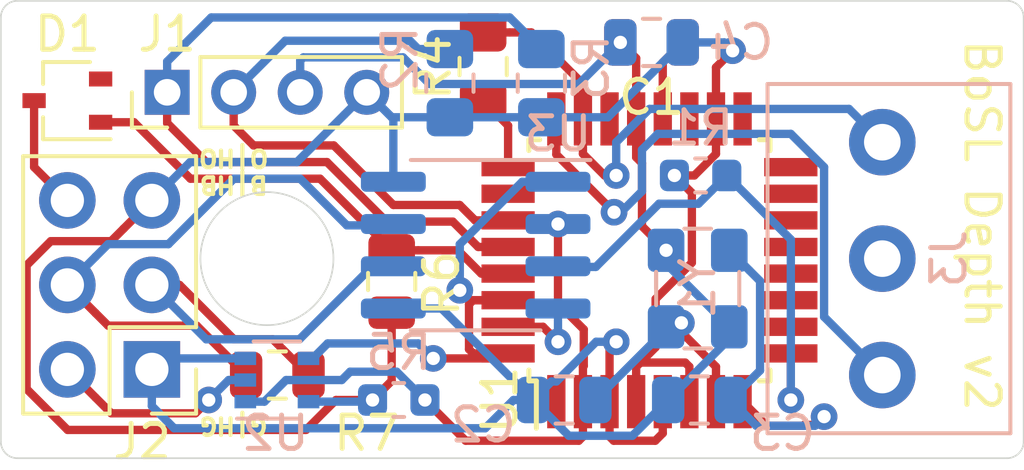
<source format=kicad_pcb>
(kicad_pcb (version 20171130) (host pcbnew "(5.1.5)-3")

  (general
    (thickness 1.6)
    (drawings 13)
    (tracks 248)
    (zones 0)
    (modules 19)
    (nets 20)
  )

  (page A4)
  (layers
    (0 F.Cu signal)
    (31 B.Cu signal)
    (32 B.Adhes user hide)
    (33 F.Adhes user hide)
    (34 B.Paste user hide)
    (35 F.Paste user hide)
    (36 B.SilkS user)
    (37 F.SilkS user)
    (38 B.Mask user hide)
    (39 F.Mask user hide)
    (40 Dwgs.User user hide)
    (41 Cmts.User user hide)
    (42 Eco1.User user hide)
    (43 Eco2.User user hide)
    (44 Edge.Cuts user)
    (45 Margin user hide)
    (46 B.CrtYd user hide)
    (47 F.CrtYd user hide)
    (48 B.Fab user hide)
    (49 F.Fab user hide)
  )

  (setup
    (last_trace_width 0.25)
    (trace_clearance 0.25)
    (zone_clearance 0.508)
    (zone_45_only no)
    (trace_min 0.2)
    (via_size 0.8)
    (via_drill 0.4)
    (via_min_size 0.4)
    (via_min_drill 0.3)
    (uvia_size 0.3)
    (uvia_drill 0.1)
    (uvias_allowed no)
    (uvia_min_size 0.2)
    (uvia_min_drill 0.1)
    (edge_width 0.05)
    (segment_width 0.2)
    (pcb_text_width 0.3)
    (pcb_text_size 1.5 1.5)
    (mod_edge_width 0.12)
    (mod_text_size 1 1)
    (mod_text_width 0.15)
    (pad_size 1.15 1.4)
    (pad_drill 0)
    (pad_to_mask_clearance 0.051)
    (solder_mask_min_width 0.25)
    (aux_axis_origin 0 0)
    (visible_elements 7FFFFFFF)
    (pcbplotparams
      (layerselection 0x010fc_ffffffff)
      (usegerberextensions false)
      (usegerberattributes false)
      (usegerberadvancedattributes false)
      (creategerberjobfile false)
      (excludeedgelayer true)
      (linewidth 0.100000)
      (plotframeref false)
      (viasonmask false)
      (mode 1)
      (useauxorigin false)
      (hpglpennumber 1)
      (hpglpenspeed 20)
      (hpglpendiameter 15.000000)
      (psnegative false)
      (psa4output false)
      (plotreference true)
      (plotvalue false)
      (plotinvisibletext false)
      (padsonsilk false)
      (subtractmaskfromsilk false)
      (outputformat 1)
      (mirror false)
      (drillshape 0)
      (scaleselection 1)
      (outputdirectory "../../Production/"))
  )

  (net 0 "")
  (net 1 "Net-(C1-Pad1)")
  (net 2 A0)
  (net 3 A1)
  (net 4 SDA)
  (net 5 SCL)
  (net 6 A2)
  (net 7 "Net-(C2-Pad2)")
  (net 8 "Net-(C3-Pad1)")
  (net 9 GREEN)
  (net 10 "Net-(D1-Pad1)")
  (net 11 H_ORANGE)
  (net 12 H_GREEN)
  (net 13 BLUE)
  (net 14 H_BLUE)
  (net 15 DE)
  (net 16 RE)
  (net 17 "Net-(U1-Pad30)")
  (net 18 "Net-(U1-Pad31)")
  (net 19 ORANGE)

  (net_class Default "This is the default net class."
    (clearance 0.25)
    (trace_width 0.25)
    (via_dia 0.8)
    (via_drill 0.4)
    (uvia_dia 0.3)
    (uvia_drill 0.1)
    (add_net A0)
    (add_net A1)
    (add_net A2)
    (add_net BLUE)
    (add_net DE)
    (add_net GREEN)
    (add_net H_BLUE)
    (add_net H_GREEN)
    (add_net H_ORANGE)
    (add_net "Net-(C1-Pad1)")
    (add_net "Net-(C2-Pad2)")
    (add_net "Net-(C3-Pad1)")
    (add_net "Net-(D1-Pad1)")
    (add_net "Net-(U1-Pad30)")
    (add_net "Net-(U1-Pad31)")
    (add_net ORANGE)
    (add_net RE)
    (add_net SCL)
    (add_net SDA)
  )

  (module SamacSys_Parts:3-Pin_ScrewTerminal (layer B.Cu) (tedit 5F1B916D) (tstamp 5F17D935)
    (at 168.25 99.75 270)
    (path /5EF43BBE)
    (fp_text reference J3 (at 0 -2 90) (layer B.SilkS)
      (effects (font (size 1 1) (thickness 0.15)) (justify mirror))
    )
    (fp_text value Screw_Terminal_01x03 (at 0 0.5 90) (layer B.Fab)
      (effects (font (size 1 1) (thickness 0.15)) (justify mirror))
    )
    (fp_line (start -5.25 -3.85) (end -5.25 3.45) (layer B.SilkS) (width 0.12))
    (fp_line (start 5.25 -3.85) (end -5.25 -3.85) (layer B.SilkS) (width 0.12))
    (fp_line (start 5.25 3.45) (end 5.25 -3.85) (layer B.SilkS) (width 0.12))
    (fp_line (start -5.25 3.45) (end 5.25 3.45) (layer B.SilkS) (width 0.12))
    (pad 3 thru_hole circle (at 3.5 0 270) (size 2 2) (drill 1.1) (layers *.Cu *.Mask)
      (net 3 A1))
    (pad 2 thru_hole circle (at 0 0 270) (size 2 2) (drill 1.1) (layers *.Cu *.Mask))
    (pad 1 thru_hole circle (at -3.5 0 270) (size 2 2) (drill 1.1) (layers *.Cu *.Mask)
      (net 2 A0))
    (model ${KIPRJMOD}/SamacSys_Parts.3dshapes/393570003.stp
      (offset (xyz 0 0.2 0))
      (scale (xyz 1 1 1))
      (rotate (xyz -90 0 -180))
    )
  )

  (module Resistor_SMD:R_0805_2012Metric_Pad1.15x1.40mm_HandSolder (layer F.Cu) (tedit 5B36C52B) (tstamp 5F17D979)
    (at 156.25 93.975 90)
    (descr "Resistor SMD 0805 (2012 Metric), square (rectangular) end terminal, IPC_7351 nominal with elongated pad for handsoldering. (Body size source: https://docs.google.com/spreadsheets/d/1BsfQQcO9C6DZCsRaXUlFlo91Tg2WpOkGARC1WS5S8t0/edit?usp=sharing), generated with kicad-footprint-generator")
    (tags "resistor handsolder")
    (path /5EF9784C)
    (attr smd)
    (fp_text reference R4 (at -0.025 -1.5 90) (layer F.SilkS)
      (effects (font (size 1 1) (thickness 0.15)))
    )
    (fp_text value 100 (at 0 1.65 90) (layer F.Fab)
      (effects (font (size 1 1) (thickness 0.15)))
    )
    (fp_line (start -1 0.6) (end -1 -0.6) (layer F.Fab) (width 0.1))
    (fp_line (start -1 -0.6) (end 1 -0.6) (layer F.Fab) (width 0.1))
    (fp_line (start 1 -0.6) (end 1 0.6) (layer F.Fab) (width 0.1))
    (fp_line (start 1 0.6) (end -1 0.6) (layer F.Fab) (width 0.1))
    (fp_line (start -0.261252 -0.71) (end 0.261252 -0.71) (layer F.SilkS) (width 0.12))
    (fp_line (start -0.261252 0.71) (end 0.261252 0.71) (layer F.SilkS) (width 0.12))
    (fp_line (start -1.85 0.95) (end -1.85 -0.95) (layer F.CrtYd) (width 0.05))
    (fp_line (start -1.85 -0.95) (end 1.85 -0.95) (layer F.CrtYd) (width 0.05))
    (fp_line (start 1.85 -0.95) (end 1.85 0.95) (layer F.CrtYd) (width 0.05))
    (fp_line (start 1.85 0.95) (end -1.85 0.95) (layer F.CrtYd) (width 0.05))
    (fp_text user %R (at 0 0 90) (layer F.Fab)
      (effects (font (size 0.5 0.5) (thickness 0.08)))
    )
    (pad 1 smd roundrect (at -1.025 0 90) (size 1.15 1.4) (layers F.Cu F.Paste F.Mask) (roundrect_rratio 0.217391)
      (net 6 A2))
    (pad 2 smd roundrect (at 1.025 0 90) (size 1.15 1.4) (layers F.Cu F.Paste F.Mask) (roundrect_rratio 0.217391)
      (net 2 A0))
    (model ${KISYS3DMOD}/Resistor_SMD.3dshapes/R_0805_2012Metric.wrl
      (at (xyz 0 0 0))
      (scale (xyz 1 1 1))
      (rotate (xyz 0 0 0))
    )
  )

  (module SamacSys_Parts:Ralton_Crystal (layer B.Cu) (tedit 5F17DF9C) (tstamp 5F17DA1F)
    (at 162.7 100.65 270)
    (path /5F0833E4)
    (fp_text reference Y1 (at 0 0 90) (layer B.SilkS)
      (effects (font (size 1 1) (thickness 0.15)) (justify mirror))
    )
    (fp_text value 8MHz (at 0 3.05 90) (layer B.Fab)
      (effects (font (size 1 1) (thickness 0.15)) (justify mirror))
    )
    (fp_line (start -1.8 -0.4) (end -1.8 0.4) (layer B.SilkS) (width 0.12))
    (fp_line (start 0.5 -1.25) (end -0.5 -1.25) (layer B.SilkS) (width 0.12))
    (fp_line (start 1.8 0.4) (end 1.8 -0.4) (layer B.SilkS) (width 0.12))
    (fp_line (start -0.5 1.25) (end 0.5 1.25) (layer B.SilkS) (width 0.12))
    (fp_line (start 0 1.25) (end -0.5 1.25) (layer B.SilkS) (width 0.12))
    (pad 4 smd roundrect (at -1.15 -0.95 270) (size 1.3 1.1) (layers B.Cu B.Paste B.Mask) (roundrect_rratio 0.182)
      (net 8 "Net-(C3-Pad1)"))
    (pad 3 smd roundrect (at -1.15 0.95 270) (size 1.3 1.1) (layers B.Cu B.Paste B.Mask) (roundrect_rratio 0.182)
      (net 9 GREEN))
    (pad 2 smd roundrect (at 1.15 -0.95 270) (size 1.3 1.1) (layers B.Cu B.Paste B.Mask) (roundrect_rratio 0.182)
      (net 9 GREEN))
    (pad 1 smd roundrect (at 1.15 0.95 270) (size 1.3 1.1) (layers B.Cu B.Paste B.Mask) (roundrect_rratio 0.182)
      (net 7 "Net-(C2-Pad2)"))
    (model ${KIPRJMOD}/SamacSys_Parts.3dshapes/Ralton_Crystal.step
      (at (xyz 0 0 0))
      (scale (xyz 1 1 1))
      (rotate (xyz 0 0 0))
    )
  )

  (module SamacSys_Parts:Depth_Sensor (layer F.Cu) (tedit 5F17DEDB) (tstamp 5EFEB75C)
    (at 146.75 94.75 90)
    (descr "Through hole straight pin header, 1x04, 2.00mm pitch, single row")
    (tags "Through hole pin header THT 1x04 2.00mm single row")
    (path /5EA23391)
    (fp_text reference J1 (at 1.75 0 180) (layer F.SilkS)
      (effects (font (size 1 1) (thickness 0.15)))
    )
    (fp_text value Conn_01x04 (at 0 8.06 90) (layer F.Fab)
      (effects (font (size 1 1) (thickness 0.15)))
    )
    (fp_text user %R (at 0 3) (layer F.Fab)
      (effects (font (size 1 1) (thickness 0.15)))
    )
    (fp_line (start 1.5 -1.5) (end -1.5 -1.5) (layer F.CrtYd) (width 0.05))
    (fp_line (start 1.5 7.5) (end 1.5 -1.5) (layer F.CrtYd) (width 0.05))
    (fp_line (start -1.5 7.5) (end 1.5 7.5) (layer F.CrtYd) (width 0.05))
    (fp_line (start -1.5 -1.5) (end -1.5 7.5) (layer F.CrtYd) (width 0.05))
    (fp_line (start -1.06 -1.06) (end 0 -1.06) (layer F.SilkS) (width 0.12))
    (fp_line (start -1.06 0) (end -1.06 -1.06) (layer F.SilkS) (width 0.12))
    (fp_line (start -1.06 1) (end 1.06 1) (layer F.SilkS) (width 0.12))
    (fp_line (start 1.06 1) (end 1.06 7.06) (layer F.SilkS) (width 0.12))
    (fp_line (start -1.06 1) (end -1.06 7.06) (layer F.SilkS) (width 0.12))
    (fp_line (start -1.06 7.06) (end 1.06 7.06) (layer F.SilkS) (width 0.12))
    (fp_line (start -1 -0.5) (end -0.5 -1) (layer F.Fab) (width 0.1))
    (fp_line (start -1 7) (end -1 -0.5) (layer F.Fab) (width 0.1))
    (fp_line (start 1 7) (end -1 7) (layer F.Fab) (width 0.1))
    (fp_line (start 1 -1) (end 1 7) (layer F.Fab) (width 0.1))
    (fp_line (start -0.5 -1) (end 1 -1) (layer F.Fab) (width 0.1))
    (pad 4 thru_hole oval (at 0 6 90) (size 1.35 1.35) (drill 0.8) (layers *.Cu *.Mask)
      (net 19 ORANGE))
    (pad 3 thru_hole oval (at 0 4 90) (size 1.35 1.35) (drill 0.8) (layers *.Cu *.Mask)
      (net 9 GREEN))
    (pad 2 thru_hole oval (at 0 2 90) (size 1.35 1.35) (drill 0.8) (layers *.Cu *.Mask)
      (net 4 SDA))
    (pad 1 thru_hole rect (at 0 0 90) (size 1.35 1.35) (drill 0.8) (layers *.Cu *.Mask)
      (net 5 SCL))
    (model ${KIPRJMOD}/SamacSys_Parts.3dshapes/Depth_Sensor.step
      (offset (xyz -5 -3 -3.5))
      (scale (xyz 1 1 1))
      (rotate (xyz 0 0 90))
    )
  )

  (module Package_QFP:TQFP-32_7x7mm_P0.8mm (layer F.Cu) (tedit 5A02F146) (tstamp 5F17D9E3)
    (at 161.25 99.8 90)
    (descr "32-Lead Plastic Thin Quad Flatpack (PT) - 7x7x1.0 mm Body, 2.00 mm [TQFP] (see Microchip Packaging Specification 00000049BS.pdf)")
    (tags "QFP 0.8")
    (path /5F06A751)
    (attr smd)
    (fp_text reference U1 (at -4.2 -4.5 270) (layer F.SilkS)
      (effects (font (size 1 1) (thickness 0.15)))
    )
    (fp_text value ATmega328P-AU (at 0 6.05 90) (layer F.Fab)
      (effects (font (size 1 1) (thickness 0.15)))
    )
    (fp_text user %R (at 0 0 90) (layer F.Fab)
      (effects (font (size 1 1) (thickness 0.15)))
    )
    (fp_line (start -2.5 -3.5) (end 3.5 -3.5) (layer F.Fab) (width 0.15))
    (fp_line (start 3.5 -3.5) (end 3.5 3.5) (layer F.Fab) (width 0.15))
    (fp_line (start 3.5 3.5) (end -3.5 3.5) (layer F.Fab) (width 0.15))
    (fp_line (start -3.5 3.5) (end -3.5 -2.5) (layer F.Fab) (width 0.15))
    (fp_line (start -3.5 -2.5) (end -2.5 -3.5) (layer F.Fab) (width 0.15))
    (fp_line (start -5.3 -5.3) (end -5.3 5.3) (layer F.CrtYd) (width 0.05))
    (fp_line (start 5.3 -5.3) (end 5.3 5.3) (layer F.CrtYd) (width 0.05))
    (fp_line (start -5.3 -5.3) (end 5.3 -5.3) (layer F.CrtYd) (width 0.05))
    (fp_line (start -5.3 5.3) (end 5.3 5.3) (layer F.CrtYd) (width 0.05))
    (fp_line (start -3.625 -3.625) (end -3.625 -3.4) (layer F.SilkS) (width 0.15))
    (fp_line (start 3.625 -3.625) (end 3.625 -3.3) (layer F.SilkS) (width 0.15))
    (fp_line (start 3.625 3.625) (end 3.625 3.3) (layer F.SilkS) (width 0.15))
    (fp_line (start -3.625 3.625) (end -3.625 3.3) (layer F.SilkS) (width 0.15))
    (fp_line (start -3.625 -3.625) (end -3.3 -3.625) (layer F.SilkS) (width 0.15))
    (fp_line (start -3.625 3.625) (end -3.3 3.625) (layer F.SilkS) (width 0.15))
    (fp_line (start 3.625 3.625) (end 3.3 3.625) (layer F.SilkS) (width 0.15))
    (fp_line (start 3.625 -3.625) (end 3.3 -3.625) (layer F.SilkS) (width 0.15))
    (fp_line (start -3.625 -3.4) (end -5.05 -3.4) (layer F.SilkS) (width 0.15))
    (pad 1 smd rect (at -4.25 -2.8 90) (size 1.6 0.55) (layers F.Cu F.Paste F.Mask))
    (pad 2 smd rect (at -4.25 -2 90) (size 1.6 0.55) (layers F.Cu F.Paste F.Mask)
      (net 16 RE))
    (pad 3 smd rect (at -4.25 -1.2 90) (size 1.6 0.55) (layers F.Cu F.Paste F.Mask)
      (net 9 GREEN))
    (pad 4 smd rect (at -4.25 -0.4 90) (size 1.6 0.55) (layers F.Cu F.Paste F.Mask)
      (net 19 ORANGE))
    (pad 5 smd rect (at -4.25 0.4 90) (size 1.6 0.55) (layers F.Cu F.Paste F.Mask)
      (net 9 GREEN))
    (pad 6 smd rect (at -4.25 1.2 90) (size 1.6 0.55) (layers F.Cu F.Paste F.Mask)
      (net 19 ORANGE))
    (pad 7 smd rect (at -4.25 2 90) (size 1.6 0.55) (layers F.Cu F.Paste F.Mask)
      (net 7 "Net-(C2-Pad2)"))
    (pad 8 smd rect (at -4.25 2.8 90) (size 1.6 0.55) (layers F.Cu F.Paste F.Mask)
      (net 8 "Net-(C3-Pad1)"))
    (pad 9 smd rect (at -2.8 4.25 180) (size 1.6 0.55) (layers F.Cu F.Paste F.Mask)
      (net 15 DE))
    (pad 10 smd rect (at -2 4.25 180) (size 1.6 0.55) (layers F.Cu F.Paste F.Mask))
    (pad 11 smd rect (at -1.2 4.25 180) (size 1.6 0.55) (layers F.Cu F.Paste F.Mask))
    (pad 12 smd rect (at -0.4 4.25 180) (size 1.6 0.55) (layers F.Cu F.Paste F.Mask))
    (pad 13 smd rect (at 0.4 4.25 180) (size 1.6 0.55) (layers F.Cu F.Paste F.Mask))
    (pad 14 smd rect (at 1.2 4.25 180) (size 1.6 0.55) (layers F.Cu F.Paste F.Mask))
    (pad 15 smd rect (at 2 4.25 180) (size 1.6 0.55) (layers F.Cu F.Paste F.Mask))
    (pad 16 smd rect (at 2.8 4.25 180) (size 1.6 0.55) (layers F.Cu F.Paste F.Mask))
    (pad 17 smd rect (at 4.25 2.8 90) (size 1.6 0.55) (layers F.Cu F.Paste F.Mask))
    (pad 18 smd rect (at 4.25 2 90) (size 1.6 0.55) (layers F.Cu F.Paste F.Mask)
      (net 19 ORANGE))
    (pad 19 smd rect (at 4.25 1.2 90) (size 1.6 0.55) (layers F.Cu F.Paste F.Mask))
    (pad 20 smd rect (at 4.25 0.4 90) (size 1.6 0.55) (layers F.Cu F.Paste F.Mask)
      (net 1 "Net-(C1-Pad1)"))
    (pad 21 smd rect (at 4.25 -0.4 90) (size 1.6 0.55) (layers F.Cu F.Paste F.Mask)
      (net 9 GREEN))
    (pad 22 smd rect (at 4.25 -1.2 90) (size 1.6 0.55) (layers F.Cu F.Paste F.Mask))
    (pad 23 smd rect (at 4.25 -2 90) (size 1.6 0.55) (layers F.Cu F.Paste F.Mask)
      (net 2 A0))
    (pad 24 smd rect (at 4.25 -2.8 90) (size 1.6 0.55) (layers F.Cu F.Paste F.Mask)
      (net 3 A1))
    (pad 25 smd rect (at 2.8 -4.25 180) (size 1.6 0.55) (layers F.Cu F.Paste F.Mask)
      (net 6 A2))
    (pad 26 smd rect (at 2 -4.25 180) (size 1.6 0.55) (layers F.Cu F.Paste F.Mask))
    (pad 27 smd rect (at 1.2 -4.25 180) (size 1.6 0.55) (layers F.Cu F.Paste F.Mask)
      (net 4 SDA))
    (pad 28 smd rect (at 0.4 -4.25 180) (size 1.6 0.55) (layers F.Cu F.Paste F.Mask)
      (net 5 SCL))
    (pad 29 smd rect (at -0.4 -4.25 180) (size 1.6 0.55) (layers F.Cu F.Paste F.Mask)
      (net 10 "Net-(D1-Pad1)"))
    (pad 30 smd rect (at -1.2 -4.25 180) (size 1.6 0.55) (layers F.Cu F.Paste F.Mask)
      (net 17 "Net-(U1-Pad30)"))
    (pad 31 smd rect (at -2 -4.25 180) (size 1.6 0.55) (layers F.Cu F.Paste F.Mask)
      (net 18 "Net-(U1-Pad31)"))
    (pad 32 smd rect (at -2.8 -4.25 180) (size 1.6 0.55) (layers F.Cu F.Paste F.Mask)
      (net 17 "Net-(U1-Pad30)"))
    (model ${KISYS3DMOD}/Package_QFP.3dshapes/TQFP-32_7x7mm_P0.8mm.wrl
      (at (xyz 0 0 0))
      (scale (xyz 1 1 1))
      (rotate (xyz 0 0 0))
    )
  )

  (module Package_TO_SOT_SMD:SOT-353_SC-70-5 (layer B.Cu) (tedit 5A02FF57) (tstamp 5F18003E)
    (at 150.05 103.4)
    (descr "SOT-353, SC-70-5")
    (tags "SOT-353 SC-70-5")
    (path /5F1B8F71)
    (attr smd)
    (fp_text reference U2 (at -0.05 1.6) (layer B.SilkS)
      (effects (font (size 1 1) (thickness 0.15)) (justify mirror))
    )
    (fp_text value 74LVC1G126 (at 0 -2 180) (layer B.Fab)
      (effects (font (size 1 1) (thickness 0.15)) (justify mirror))
    )
    (fp_line (start -0.175 1.1) (end -0.675 0.6) (layer B.Fab) (width 0.1))
    (fp_line (start 0.675 -1.1) (end -0.675 -1.1) (layer B.Fab) (width 0.1))
    (fp_line (start 0.675 1.1) (end 0.675 -1.1) (layer B.Fab) (width 0.1))
    (fp_line (start -1.6 -1.4) (end 1.6 -1.4) (layer B.CrtYd) (width 0.05))
    (fp_line (start -0.675 0.6) (end -0.675 -1.1) (layer B.Fab) (width 0.1))
    (fp_line (start 0.675 1.1) (end -0.175 1.1) (layer B.Fab) (width 0.1))
    (fp_line (start -1.6 1.4) (end 1.6 1.4) (layer B.CrtYd) (width 0.05))
    (fp_line (start -1.6 1.4) (end -1.6 -1.4) (layer B.CrtYd) (width 0.05))
    (fp_line (start 1.6 -1.4) (end 1.6 1.4) (layer B.CrtYd) (width 0.05))
    (fp_line (start -0.7 -1.16) (end 0.7 -1.16) (layer B.SilkS) (width 0.12))
    (fp_line (start 0.7 1.16) (end -1.2 1.16) (layer B.SilkS) (width 0.12))
    (fp_text user %R (at 0 0 -90) (layer B.Fab)
      (effects (font (size 0.5 0.5) (thickness 0.075)) (justify mirror))
    )
    (pad 5 smd rect (at 0.95 0.65) (size 0.65 0.4) (layers B.Cu B.Paste B.Mask)
      (net 19 ORANGE))
    (pad 4 smd rect (at 0.95 -0.65) (size 0.65 0.4) (layers B.Cu B.Paste B.Mask)
      (net 17 "Net-(U1-Pad30)"))
    (pad 2 smd rect (at -0.95 0) (size 0.65 0.4) (layers B.Cu B.Paste B.Mask)
      (net 12 H_GREEN))
    (pad 3 smd rect (at -0.95 -0.65) (size 0.65 0.4) (layers B.Cu B.Paste B.Mask)
      (net 9 GREEN))
    (pad 1 smd rect (at -0.95 0.65) (size 0.65 0.4) (layers B.Cu B.Paste B.Mask)
      (net 16 RE))
    (model ${KISYS3DMOD}/Package_TO_SOT_SMD.3dshapes/SOT-353_SC-70-5.wrl
      (at (xyz 0 0 0))
      (scale (xyz 1 1 1))
      (rotate (xyz 0 0 0))
    )
  )

  (module Package_SO:SOIC-8_3.9x4.9mm_P1.27mm (layer B.Cu) (tedit 5C97300E) (tstamp 5F17FAB2)
    (at 156.025 99.345 180)
    (descr "SOIC, 8 Pin (JEDEC MS-012AA, https://www.analog.com/media/en/package-pcb-resources/package/pkg_pdf/soic_narrow-r/r_8.pdf), generated with kicad-footprint-generator ipc_gullwing_generator.py")
    (tags "SOIC SO")
    (path /5F1B8F86)
    (attr smd)
    (fp_text reference U3 (at -2.475 3.345 180) (layer B.SilkS)
      (effects (font (size 1 1) (thickness 0.15)) (justify mirror))
    )
    (fp_text value SN65HVD75 (at 0 -3.4) (layer B.Fab)
      (effects (font (size 1 1) (thickness 0.15)) (justify mirror))
    )
    (fp_text user %R (at 0 0) (layer B.Fab)
      (effects (font (size 0.98 0.98) (thickness 0.15)) (justify mirror))
    )
    (fp_line (start 3.7 2.7) (end -3.7 2.7) (layer B.CrtYd) (width 0.05))
    (fp_line (start 3.7 -2.7) (end 3.7 2.7) (layer B.CrtYd) (width 0.05))
    (fp_line (start -3.7 -2.7) (end 3.7 -2.7) (layer B.CrtYd) (width 0.05))
    (fp_line (start -3.7 2.7) (end -3.7 -2.7) (layer B.CrtYd) (width 0.05))
    (fp_line (start -1.95 1.475) (end -0.975 2.45) (layer B.Fab) (width 0.1))
    (fp_line (start -1.95 -2.45) (end -1.95 1.475) (layer B.Fab) (width 0.1))
    (fp_line (start 1.95 -2.45) (end -1.95 -2.45) (layer B.Fab) (width 0.1))
    (fp_line (start 1.95 2.45) (end 1.95 -2.45) (layer B.Fab) (width 0.1))
    (fp_line (start -0.975 2.45) (end 1.95 2.45) (layer B.Fab) (width 0.1))
    (fp_line (start 0 2.56) (end -3.45 2.56) (layer B.SilkS) (width 0.12))
    (fp_line (start 0 2.56) (end 1.95 2.56) (layer B.SilkS) (width 0.12))
    (fp_line (start 0 -2.56) (end -1.95 -2.56) (layer B.SilkS) (width 0.12))
    (fp_line (start 0 -2.56) (end 1.95 -2.56) (layer B.SilkS) (width 0.12))
    (pad 8 smd roundrect (at 2.475 1.905 180) (size 1.95 0.6) (layers B.Cu B.Paste B.Mask) (roundrect_rratio 0.25)
      (net 19 ORANGE))
    (pad 7 smd roundrect (at 2.475 0.635 180) (size 1.95 0.6) (layers B.Cu B.Paste B.Mask) (roundrect_rratio 0.25)
      (net 14 H_BLUE))
    (pad 6 smd roundrect (at 2.475 -0.635 180) (size 1.95 0.6) (layers B.Cu B.Paste B.Mask) (roundrect_rratio 0.25)
      (net 13 BLUE))
    (pad 5 smd roundrect (at 2.475 -1.905 180) (size 1.95 0.6) (layers B.Cu B.Paste B.Mask) (roundrect_rratio 0.25)
      (net 9 GREEN))
    (pad 4 smd roundrect (at -2.475 -1.905 180) (size 1.95 0.6) (layers B.Cu B.Paste B.Mask) (roundrect_rratio 0.25)
      (net 18 "Net-(U1-Pad31)"))
    (pad 3 smd roundrect (at -2.475 -0.635 180) (size 1.95 0.6) (layers B.Cu B.Paste B.Mask) (roundrect_rratio 0.25)
      (net 15 DE))
    (pad 2 smd roundrect (at -2.475 0.635 180) (size 1.95 0.6) (layers B.Cu B.Paste B.Mask) (roundrect_rratio 0.25)
      (net 16 RE))
    (pad 1 smd roundrect (at -2.475 1.905 180) (size 1.95 0.6) (layers B.Cu B.Paste B.Mask) (roundrect_rratio 0.25)
      (net 17 "Net-(U1-Pad30)"))
    (model ${KISYS3DMOD}/Package_SO.3dshapes/SOIC-8_3.9x4.9mm_P1.27mm.wrl
      (at (xyz 0 0 0))
      (scale (xyz 1 1 1))
      (rotate (xyz 0 0 0))
    )
  )

  (module Resistor_SMD:R_0805_2012Metric (layer F.Cu) (tedit 5B36C52B) (tstamp 5F1E25F4)
    (at 150.0625 103.25)
    (descr "Resistor SMD 0805 (2012 Metric), square (rectangular) end terminal, IPC_7351 nominal, (Body size source: https://docs.google.com/spreadsheets/d/1BsfQQcO9C6DZCsRaXUlFlo91Tg2WpOkGARC1WS5S8t0/edit?usp=sharing), generated with kicad-footprint-generator")
    (tags resistor)
    (path /5F1B8F5A)
    (attr smd)
    (fp_text reference R7 (at 2.6875 1.75) (layer F.SilkS)
      (effects (font (size 1 1) (thickness 0.15)))
    )
    (fp_text value "100 Ω" (at 0 1.65) (layer F.Fab)
      (effects (font (size 1 1) (thickness 0.15)))
    )
    (fp_text user %R (at 0 0) (layer F.Fab)
      (effects (font (size 0.5 0.5) (thickness 0.08)))
    )
    (fp_line (start 1.68 0.95) (end -1.68 0.95) (layer F.CrtYd) (width 0.05))
    (fp_line (start 1.68 -0.95) (end 1.68 0.95) (layer F.CrtYd) (width 0.05))
    (fp_line (start -1.68 -0.95) (end 1.68 -0.95) (layer F.CrtYd) (width 0.05))
    (fp_line (start -1.68 0.95) (end -1.68 -0.95) (layer F.CrtYd) (width 0.05))
    (fp_line (start -0.258578 0.71) (end 0.258578 0.71) (layer F.SilkS) (width 0.12))
    (fp_line (start -0.258578 -0.71) (end 0.258578 -0.71) (layer F.SilkS) (width 0.12))
    (fp_line (start 1 0.6) (end -1 0.6) (layer F.Fab) (width 0.1))
    (fp_line (start 1 -0.6) (end 1 0.6) (layer F.Fab) (width 0.1))
    (fp_line (start -1 -0.6) (end 1 -0.6) (layer F.Fab) (width 0.1))
    (fp_line (start -1 0.6) (end -1 -0.6) (layer F.Fab) (width 0.1))
    (pad 2 smd roundrect (at 0.9375 0) (size 0.975 1.4) (layers F.Cu F.Paste F.Mask) (roundrect_rratio 0.25)
      (net 13 BLUE))
    (pad 1 smd roundrect (at -0.9375 0) (size 0.975 1.4) (layers F.Cu F.Paste F.Mask) (roundrect_rratio 0.25)
      (net 14 H_BLUE))
    (model ${KISYS3DMOD}/Resistor_SMD.3dshapes/R_0805_2012Metric.wrl
      (at (xyz 0 0 0))
      (scale (xyz 1 1 1))
      (rotate (xyz 0 0 0))
    )
  )

  (module Capacitor_SMD:C_0805_2012Metric (layer F.Cu) (tedit 5B36C52B) (tstamp 5F1E271F)
    (at 161.3125 93.25 180)
    (descr "Capacitor SMD 0805 (2012 Metric), square (rectangular) end terminal, IPC_7351 nominal, (Body size source: https://docs.google.com/spreadsheets/d/1BsfQQcO9C6DZCsRaXUlFlo91Tg2WpOkGARC1WS5S8t0/edit?usp=sharing), generated with kicad-footprint-generator")
    (tags capacitor)
    (path /5E942717)
    (attr smd)
    (fp_text reference C1 (at 0 -1.65) (layer F.SilkS)
      (effects (font (size 1 1) (thickness 0.15)))
    )
    (fp_text value 0.1uF (at 0 1.65) (layer F.Fab)
      (effects (font (size 1 1) (thickness 0.15)))
    )
    (fp_text user %R (at 0 0) (layer F.Fab)
      (effects (font (size 0.5 0.5) (thickness 0.08)))
    )
    (fp_line (start 1.68 0.95) (end -1.68 0.95) (layer F.CrtYd) (width 0.05))
    (fp_line (start 1.68 -0.95) (end 1.68 0.95) (layer F.CrtYd) (width 0.05))
    (fp_line (start -1.68 -0.95) (end 1.68 -0.95) (layer F.CrtYd) (width 0.05))
    (fp_line (start -1.68 0.95) (end -1.68 -0.95) (layer F.CrtYd) (width 0.05))
    (fp_line (start -0.258578 0.71) (end 0.258578 0.71) (layer F.SilkS) (width 0.12))
    (fp_line (start -0.258578 -0.71) (end 0.258578 -0.71) (layer F.SilkS) (width 0.12))
    (fp_line (start 1 0.6) (end -1 0.6) (layer F.Fab) (width 0.1))
    (fp_line (start 1 -0.6) (end 1 0.6) (layer F.Fab) (width 0.1))
    (fp_line (start -1 -0.6) (end 1 -0.6) (layer F.Fab) (width 0.1))
    (fp_line (start -1 0.6) (end -1 -0.6) (layer F.Fab) (width 0.1))
    (pad 2 smd roundrect (at 0.9375 0 180) (size 0.975 1.4) (layers F.Cu F.Paste F.Mask) (roundrect_rratio 0.25)
      (net 9 GREEN))
    (pad 1 smd roundrect (at -0.9375 0 180) (size 0.975 1.4) (layers F.Cu F.Paste F.Mask) (roundrect_rratio 0.25)
      (net 1 "Net-(C1-Pad1)"))
    (model ${KISYS3DMOD}/Capacitor_SMD.3dshapes/C_0805_2012Metric.wrl
      (at (xyz 0 0 0))
      (scale (xyz 1 1 1))
      (rotate (xyz 0 0 0))
    )
  )

  (module Capacitor_SMD:C_0805_2012Metric (layer B.Cu) (tedit 5B36C52B) (tstamp 5F17D8D7)
    (at 158.6875 104)
    (descr "Capacitor SMD 0805 (2012 Metric), square (rectangular) end terminal, IPC_7351 nominal, (Body size source: https://docs.google.com/spreadsheets/d/1BsfQQcO9C6DZCsRaXUlFlo91Tg2WpOkGARC1WS5S8t0/edit?usp=sharing), generated with kicad-footprint-generator")
    (tags capacitor)
    (path /5F08C4CA)
    (attr smd)
    (fp_text reference C2 (at -2.4375 0.75) (layer B.SilkS)
      (effects (font (size 1 1) (thickness 0.15)) (justify mirror))
    )
    (fp_text value 22pF (at 0 -1.65) (layer B.Fab)
      (effects (font (size 1 1) (thickness 0.15)) (justify mirror))
    )
    (fp_line (start -1 -0.6) (end -1 0.6) (layer B.Fab) (width 0.1))
    (fp_line (start -1 0.6) (end 1 0.6) (layer B.Fab) (width 0.1))
    (fp_line (start 1 0.6) (end 1 -0.6) (layer B.Fab) (width 0.1))
    (fp_line (start 1 -0.6) (end -1 -0.6) (layer B.Fab) (width 0.1))
    (fp_line (start -0.258578 0.71) (end 0.258578 0.71) (layer B.SilkS) (width 0.12))
    (fp_line (start -0.258578 -0.71) (end 0.258578 -0.71) (layer B.SilkS) (width 0.12))
    (fp_line (start -1.68 -0.95) (end -1.68 0.95) (layer B.CrtYd) (width 0.05))
    (fp_line (start -1.68 0.95) (end 1.68 0.95) (layer B.CrtYd) (width 0.05))
    (fp_line (start 1.68 0.95) (end 1.68 -0.95) (layer B.CrtYd) (width 0.05))
    (fp_line (start 1.68 -0.95) (end -1.68 -0.95) (layer B.CrtYd) (width 0.05))
    (fp_text user %R (at 0 0) (layer B.Fab)
      (effects (font (size 0.5 0.5) (thickness 0.08)) (justify mirror))
    )
    (pad 1 smd roundrect (at -0.9375 0) (size 0.975 1.4) (layers B.Cu B.Paste B.Mask) (roundrect_rratio 0.25)
      (net 9 GREEN))
    (pad 2 smd roundrect (at 0.9375 0) (size 0.975 1.4) (layers B.Cu B.Paste B.Mask) (roundrect_rratio 0.25)
      (net 7 "Net-(C2-Pad2)"))
    (model ${KISYS3DMOD}/Capacitor_SMD.3dshapes/C_0805_2012Metric.wrl
      (at (xyz 0 0 0))
      (scale (xyz 1 1 1))
      (rotate (xyz 0 0 0))
    )
  )

  (module Capacitor_SMD:C_0805_2012Metric (layer B.Cu) (tedit 5B36C52B) (tstamp 5F17D8E8)
    (at 162.75 104 180)
    (descr "Capacitor SMD 0805 (2012 Metric), square (rectangular) end terminal, IPC_7351 nominal, (Body size source: https://docs.google.com/spreadsheets/d/1BsfQQcO9C6DZCsRaXUlFlo91Tg2WpOkGARC1WS5S8t0/edit?usp=sharing), generated with kicad-footprint-generator")
    (tags capacitor)
    (path /5F08CE6F)
    (attr smd)
    (fp_text reference C3 (at -2.5 -1) (layer B.SilkS)
      (effects (font (size 1 1) (thickness 0.15)) (justify mirror))
    )
    (fp_text value 22pF (at 0 -1.65) (layer B.Fab)
      (effects (font (size 1 1) (thickness 0.15)) (justify mirror))
    )
    (fp_text user %R (at 0 0) (layer B.Fab)
      (effects (font (size 0.5 0.5) (thickness 0.08)) (justify mirror))
    )
    (fp_line (start 1.68 -0.95) (end -1.68 -0.95) (layer B.CrtYd) (width 0.05))
    (fp_line (start 1.68 0.95) (end 1.68 -0.95) (layer B.CrtYd) (width 0.05))
    (fp_line (start -1.68 0.95) (end 1.68 0.95) (layer B.CrtYd) (width 0.05))
    (fp_line (start -1.68 -0.95) (end -1.68 0.95) (layer B.CrtYd) (width 0.05))
    (fp_line (start -0.258578 -0.71) (end 0.258578 -0.71) (layer B.SilkS) (width 0.12))
    (fp_line (start -0.258578 0.71) (end 0.258578 0.71) (layer B.SilkS) (width 0.12))
    (fp_line (start 1 -0.6) (end -1 -0.6) (layer B.Fab) (width 0.1))
    (fp_line (start 1 0.6) (end 1 -0.6) (layer B.Fab) (width 0.1))
    (fp_line (start -1 0.6) (end 1 0.6) (layer B.Fab) (width 0.1))
    (fp_line (start -1 -0.6) (end -1 0.6) (layer B.Fab) (width 0.1))
    (pad 2 smd roundrect (at 0.9375 0 180) (size 0.975 1.4) (layers B.Cu B.Paste B.Mask) (roundrect_rratio 0.25)
      (net 9 GREEN))
    (pad 1 smd roundrect (at -0.9375 0 180) (size 0.975 1.4) (layers B.Cu B.Paste B.Mask) (roundrect_rratio 0.25)
      (net 8 "Net-(C3-Pad1)"))
    (model ${KISYS3DMOD}/Capacitor_SMD.3dshapes/C_0805_2012Metric.wrl
      (at (xyz 0 0 0))
      (scale (xyz 1 1 1))
      (rotate (xyz 0 0 0))
    )
  )

  (module Capacitor_SMD:C_0805_2012Metric (layer B.Cu) (tedit 5B36C52B) (tstamp 5F17D8F9)
    (at 161.3125 93.25 180)
    (descr "Capacitor SMD 0805 (2012 Metric), square (rectangular) end terminal, IPC_7351 nominal, (Body size source: https://docs.google.com/spreadsheets/d/1BsfQQcO9C6DZCsRaXUlFlo91Tg2WpOkGARC1WS5S8t0/edit?usp=sharing), generated with kicad-footprint-generator")
    (tags capacitor)
    (path /5F08DCC8)
    (attr smd)
    (fp_text reference C4 (at -2.6875 0) (layer B.SilkS)
      (effects (font (size 1 1) (thickness 0.15)) (justify mirror))
    )
    (fp_text value 1uF (at 0 -1.65) (layer B.Fab)
      (effects (font (size 1 1) (thickness 0.15)) (justify mirror))
    )
    (fp_line (start -1 -0.6) (end -1 0.6) (layer B.Fab) (width 0.1))
    (fp_line (start -1 0.6) (end 1 0.6) (layer B.Fab) (width 0.1))
    (fp_line (start 1 0.6) (end 1 -0.6) (layer B.Fab) (width 0.1))
    (fp_line (start 1 -0.6) (end -1 -0.6) (layer B.Fab) (width 0.1))
    (fp_line (start -0.258578 0.71) (end 0.258578 0.71) (layer B.SilkS) (width 0.12))
    (fp_line (start -0.258578 -0.71) (end 0.258578 -0.71) (layer B.SilkS) (width 0.12))
    (fp_line (start -1.68 -0.95) (end -1.68 0.95) (layer B.CrtYd) (width 0.05))
    (fp_line (start -1.68 0.95) (end 1.68 0.95) (layer B.CrtYd) (width 0.05))
    (fp_line (start 1.68 0.95) (end 1.68 -0.95) (layer B.CrtYd) (width 0.05))
    (fp_line (start 1.68 -0.95) (end -1.68 -0.95) (layer B.CrtYd) (width 0.05))
    (fp_text user %R (at 0 0) (layer B.Fab)
      (effects (font (size 0.5 0.5) (thickness 0.08)) (justify mirror))
    )
    (pad 1 smd roundrect (at -0.9375 0 180) (size 0.975 1.4) (layers B.Cu B.Paste B.Mask) (roundrect_rratio 0.25)
      (net 19 ORANGE))
    (pad 2 smd roundrect (at 0.9375 0 180) (size 0.975 1.4) (layers B.Cu B.Paste B.Mask) (roundrect_rratio 0.25)
      (net 9 GREEN))
    (model ${KISYS3DMOD}/Capacitor_SMD.3dshapes/C_0805_2012Metric.wrl
      (at (xyz 0 0 0))
      (scale (xyz 1 1 1))
      (rotate (xyz 0 0 0))
    )
  )

  (module Package_TO_SOT_SMD:SOT-323_SC-70 (layer F.Cu) (tedit 5A02FF57) (tstamp 5F17D90E)
    (at 143.75 95 180)
    (descr "SOT-323, SC-70")
    (tags "SOT-323 SC-70")
    (path /5F1B8FA4)
    (attr smd)
    (fp_text reference D1 (at 0 2) (layer F.SilkS)
      (effects (font (size 1 1) (thickness 0.15)))
    )
    (fp_text value BAT54W (at -0.05 2.05) (layer F.Fab)
      (effects (font (size 1 1) (thickness 0.15)))
    )
    (fp_text user %R (at 0 0 90) (layer F.Fab)
      (effects (font (size 0.5 0.5) (thickness 0.075)))
    )
    (fp_line (start 0.73 0.5) (end 0.73 1.16) (layer F.SilkS) (width 0.12))
    (fp_line (start 0.73 -1.16) (end 0.73 -0.5) (layer F.SilkS) (width 0.12))
    (fp_line (start 1.7 1.3) (end -1.7 1.3) (layer F.CrtYd) (width 0.05))
    (fp_line (start 1.7 -1.3) (end 1.7 1.3) (layer F.CrtYd) (width 0.05))
    (fp_line (start -1.7 -1.3) (end 1.7 -1.3) (layer F.CrtYd) (width 0.05))
    (fp_line (start -1.7 1.3) (end -1.7 -1.3) (layer F.CrtYd) (width 0.05))
    (fp_line (start 0.73 -1.16) (end -1.3 -1.16) (layer F.SilkS) (width 0.12))
    (fp_line (start -0.68 1.16) (end 0.73 1.16) (layer F.SilkS) (width 0.12))
    (fp_line (start 0.67 -1.1) (end -0.18 -1.1) (layer F.Fab) (width 0.1))
    (fp_line (start -0.68 -0.6) (end -0.68 1.1) (layer F.Fab) (width 0.1))
    (fp_line (start 0.67 -1.1) (end 0.67 1.1) (layer F.Fab) (width 0.1))
    (fp_line (start 0.67 1.1) (end -0.68 1.1) (layer F.Fab) (width 0.1))
    (fp_line (start -0.18 -1.1) (end -0.68 -0.6) (layer F.Fab) (width 0.1))
    (pad 1 smd rect (at -1 -0.65 90) (size 0.45 0.7) (layers F.Cu F.Paste F.Mask)
      (net 10 "Net-(D1-Pad1)"))
    (pad 2 smd rect (at -1 0.65 90) (size 0.45 0.7) (layers F.Cu F.Paste F.Mask))
    (pad 3 smd rect (at 1 0 90) (size 0.45 0.7) (layers F.Cu F.Paste F.Mask)
      (net 11 H_ORANGE))
    (model ${KISYS3DMOD}/Package_TO_SOT_SMD.3dshapes/SOT-323_SC-70.wrl
      (at (xyz 0 0 0))
      (scale (xyz 1 1 1))
      (rotate (xyz 0 0 0))
    )
  )

  (module Connector_PinHeader_2.54mm:PinHeader_2x03_P2.54mm_Vertical (layer F.Cu) (tedit 59FED5CC) (tstamp 5F17D92A)
    (at 146.29 103.08 180)
    (descr "Through hole straight pin header, 2x03, 2.54mm pitch, double rows")
    (tags "Through hole pin header THT 2x03 2.54mm double row")
    (path /5F1F1604)
    (fp_text reference J2 (at 0.29 -2.17) (layer F.SilkS)
      (effects (font (size 1 1) (thickness 0.15)))
    )
    (fp_text value Conn_02x03_Odd_Even (at 1.27 7.41) (layer F.Fab)
      (effects (font (size 1 1) (thickness 0.15)))
    )
    (fp_line (start 0 -1.27) (end 3.81 -1.27) (layer F.Fab) (width 0.1))
    (fp_line (start 3.81 -1.27) (end 3.81 6.35) (layer F.Fab) (width 0.1))
    (fp_line (start 3.81 6.35) (end -1.27 6.35) (layer F.Fab) (width 0.1))
    (fp_line (start -1.27 6.35) (end -1.27 0) (layer F.Fab) (width 0.1))
    (fp_line (start -1.27 0) (end 0 -1.27) (layer F.Fab) (width 0.1))
    (fp_line (start -1.33 6.41) (end 3.87 6.41) (layer F.SilkS) (width 0.12))
    (fp_line (start -1.33 1.27) (end -1.33 6.41) (layer F.SilkS) (width 0.12))
    (fp_line (start 3.87 -1.33) (end 3.87 6.41) (layer F.SilkS) (width 0.12))
    (fp_line (start -1.33 1.27) (end 1.27 1.27) (layer F.SilkS) (width 0.12))
    (fp_line (start 1.27 1.27) (end 1.27 -1.33) (layer F.SilkS) (width 0.12))
    (fp_line (start 1.27 -1.33) (end 3.87 -1.33) (layer F.SilkS) (width 0.12))
    (fp_line (start -1.33 0) (end -1.33 -1.33) (layer F.SilkS) (width 0.12))
    (fp_line (start -1.33 -1.33) (end 0 -1.33) (layer F.SilkS) (width 0.12))
    (fp_line (start -1.8 -1.8) (end -1.8 6.85) (layer F.CrtYd) (width 0.05))
    (fp_line (start -1.8 6.85) (end 4.35 6.85) (layer F.CrtYd) (width 0.05))
    (fp_line (start 4.35 6.85) (end 4.35 -1.8) (layer F.CrtYd) (width 0.05))
    (fp_line (start 4.35 -1.8) (end -1.8 -1.8) (layer F.CrtYd) (width 0.05))
    (fp_text user %R (at 1.27 2.54 90) (layer F.Fab)
      (effects (font (size 1 1) (thickness 0.15)))
    )
    (pad 1 thru_hole rect (at 0 0 180) (size 1.7 1.7) (drill 1) (layers *.Cu *.Mask)
      (net 9 GREEN))
    (pad 2 thru_hole oval (at 2.54 0 180) (size 1.7 1.7) (drill 1) (layers *.Cu *.Mask)
      (net 12 H_GREEN))
    (pad 3 thru_hole oval (at 0 2.54 180) (size 1.7 1.7) (drill 1) (layers *.Cu *.Mask)
      (net 13 BLUE))
    (pad 4 thru_hole oval (at 2.54 2.54 180) (size 1.7 1.7) (drill 1) (layers *.Cu *.Mask)
      (net 14 H_BLUE))
    (pad 5 thru_hole oval (at 0 5.08 180) (size 1.7 1.7) (drill 1) (layers *.Cu *.Mask)
      (net 19 ORANGE))
    (pad 6 thru_hole oval (at 2.54 5.08 180) (size 1.7 1.7) (drill 1) (layers *.Cu *.Mask)
      (net 11 H_ORANGE))
    (model ${KISYS3DMOD}/Connector_PinHeader_2.54mm.3dshapes/PinHeader_2x03_P2.54mm_Vertical.wrl
      (at (xyz 0 0 0))
      (scale (xyz 1 1 1))
      (rotate (xyz 0 0 0))
    )
  )

  (module Resistor_SMD:R_0603_1608Metric (layer B.Cu) (tedit 5B301BBD) (tstamp 5F17D946)
    (at 162.7875 97.25 180)
    (descr "Resistor SMD 0603 (1608 Metric), square (rectangular) end terminal, IPC_7351 nominal, (Body size source: http://www.tortai-tech.com/upload/download/2011102023233369053.pdf), generated with kicad-footprint-generator")
    (tags resistor)
    (path /5F1B8F9B)
    (attr smd)
    (fp_text reference R1 (at 0 1.43) (layer B.SilkS)
      (effects (font (size 1 1) (thickness 0.15)) (justify mirror))
    )
    (fp_text value "1 MΩ" (at 0 -1.43) (layer B.Fab)
      (effects (font (size 1 1) (thickness 0.15)) (justify mirror))
    )
    (fp_line (start -0.8 -0.4) (end -0.8 0.4) (layer B.Fab) (width 0.1))
    (fp_line (start -0.8 0.4) (end 0.8 0.4) (layer B.Fab) (width 0.1))
    (fp_line (start 0.8 0.4) (end 0.8 -0.4) (layer B.Fab) (width 0.1))
    (fp_line (start 0.8 -0.4) (end -0.8 -0.4) (layer B.Fab) (width 0.1))
    (fp_line (start -0.162779 0.51) (end 0.162779 0.51) (layer B.SilkS) (width 0.12))
    (fp_line (start -0.162779 -0.51) (end 0.162779 -0.51) (layer B.SilkS) (width 0.12))
    (fp_line (start -1.48 -0.73) (end -1.48 0.73) (layer B.CrtYd) (width 0.05))
    (fp_line (start -1.48 0.73) (end 1.48 0.73) (layer B.CrtYd) (width 0.05))
    (fp_line (start 1.48 0.73) (end 1.48 -0.73) (layer B.CrtYd) (width 0.05))
    (fp_line (start 1.48 -0.73) (end -1.48 -0.73) (layer B.CrtYd) (width 0.05))
    (fp_text user %R (at 0 0) (layer B.Fab)
      (effects (font (size 0.4 0.4) (thickness 0.06)) (justify mirror))
    )
    (pad 1 smd roundrect (at -0.7875 0 180) (size 0.875 0.95) (layers B.Cu B.Paste B.Mask) (roundrect_rratio 0.25)
      (net 15 DE))
    (pad 2 smd roundrect (at 0.7875 0 180) (size 0.875 0.95) (layers B.Cu B.Paste B.Mask) (roundrect_rratio 0.25)
      (net 19 ORANGE))
    (model ${KISYS3DMOD}/Resistor_SMD.3dshapes/R_0603_1608Metric.wrl
      (at (xyz 0 0 0))
      (scale (xyz 1 1 1))
      (rotate (xyz 0 0 0))
    )
  )

  (module Resistor_SMD:R_0805_2012Metric_Pad1.15x1.40mm_HandSolder (layer B.Cu) (tedit 5B36C52B) (tstamp 5F17D957)
    (at 155.25 94.475 90)
    (descr "Resistor SMD 0805 (2012 Metric), square (rectangular) end terminal, IPC_7351 nominal with elongated pad for handsoldering. (Body size source: https://docs.google.com/spreadsheets/d/1BsfQQcO9C6DZCsRaXUlFlo91Tg2WpOkGARC1WS5S8t0/edit?usp=sharing), generated with kicad-footprint-generator")
    (tags "resistor handsolder")
    (path /5E8F6A15)
    (attr smd)
    (fp_text reference R2 (at 0.725 -1.5 270) (layer B.SilkS)
      (effects (font (size 1 1) (thickness 0.15)) (justify mirror))
    )
    (fp_text value 4K7 (at 0 -1.65 270) (layer B.Fab)
      (effects (font (size 1 1) (thickness 0.15)) (justify mirror))
    )
    (fp_text user %R (at 0 0 270) (layer B.Fab)
      (effects (font (size 0.5 0.5) (thickness 0.08)) (justify mirror))
    )
    (fp_line (start 1.85 -0.95) (end -1.85 -0.95) (layer B.CrtYd) (width 0.05))
    (fp_line (start 1.85 0.95) (end 1.85 -0.95) (layer B.CrtYd) (width 0.05))
    (fp_line (start -1.85 0.95) (end 1.85 0.95) (layer B.CrtYd) (width 0.05))
    (fp_line (start -1.85 -0.95) (end -1.85 0.95) (layer B.CrtYd) (width 0.05))
    (fp_line (start -0.261252 -0.71) (end 0.261252 -0.71) (layer B.SilkS) (width 0.12))
    (fp_line (start -0.261252 0.71) (end 0.261252 0.71) (layer B.SilkS) (width 0.12))
    (fp_line (start 1 -0.6) (end -1 -0.6) (layer B.Fab) (width 0.1))
    (fp_line (start 1 0.6) (end 1 -0.6) (layer B.Fab) (width 0.1))
    (fp_line (start -1 0.6) (end 1 0.6) (layer B.Fab) (width 0.1))
    (fp_line (start -1 -0.6) (end -1 0.6) (layer B.Fab) (width 0.1))
    (pad 2 smd roundrect (at 1.025 0 90) (size 1.15 1.4) (layers B.Cu B.Paste B.Mask) (roundrect_rratio 0.217391)
      (net 4 SDA))
    (pad 1 smd roundrect (at -1.025 0 90) (size 1.15 1.4) (layers B.Cu B.Paste B.Mask) (roundrect_rratio 0.217391)
      (net 19 ORANGE))
    (model ${KISYS3DMOD}/Resistor_SMD.3dshapes/R_0805_2012Metric.wrl
      (at (xyz 0 0 0))
      (scale (xyz 1 1 1))
      (rotate (xyz 0 0 0))
    )
  )

  (module Resistor_SMD:R_0805_2012Metric_Pad1.15x1.40mm_HandSolder (layer B.Cu) (tedit 5B36C52B) (tstamp 5F17D968)
    (at 158 94.475 90)
    (descr "Resistor SMD 0805 (2012 Metric), square (rectangular) end terminal, IPC_7351 nominal with elongated pad for handsoldering. (Body size source: https://docs.google.com/spreadsheets/d/1BsfQQcO9C6DZCsRaXUlFlo91Tg2WpOkGARC1WS5S8t0/edit?usp=sharing), generated with kicad-footprint-generator")
    (tags "resistor handsolder")
    (path /5E8F87E4)
    (attr smd)
    (fp_text reference R3 (at 0.475 1.5 270) (layer B.SilkS)
      (effects (font (size 1 1) (thickness 0.15)) (justify mirror))
    )
    (fp_text value 4K7 (at 0 -1.65 270) (layer B.Fab)
      (effects (font (size 1 1) (thickness 0.15)) (justify mirror))
    )
    (fp_line (start -1 -0.6) (end -1 0.6) (layer B.Fab) (width 0.1))
    (fp_line (start -1 0.6) (end 1 0.6) (layer B.Fab) (width 0.1))
    (fp_line (start 1 0.6) (end 1 -0.6) (layer B.Fab) (width 0.1))
    (fp_line (start 1 -0.6) (end -1 -0.6) (layer B.Fab) (width 0.1))
    (fp_line (start -0.261252 0.71) (end 0.261252 0.71) (layer B.SilkS) (width 0.12))
    (fp_line (start -0.261252 -0.71) (end 0.261252 -0.71) (layer B.SilkS) (width 0.12))
    (fp_line (start -1.85 -0.95) (end -1.85 0.95) (layer B.CrtYd) (width 0.05))
    (fp_line (start -1.85 0.95) (end 1.85 0.95) (layer B.CrtYd) (width 0.05))
    (fp_line (start 1.85 0.95) (end 1.85 -0.95) (layer B.CrtYd) (width 0.05))
    (fp_line (start 1.85 -0.95) (end -1.85 -0.95) (layer B.CrtYd) (width 0.05))
    (fp_text user %R (at 0 0 270) (layer B.Fab)
      (effects (font (size 0.5 0.5) (thickness 0.08)) (justify mirror))
    )
    (pad 1 smd roundrect (at -1.025 0 90) (size 1.15 1.4) (layers B.Cu B.Paste B.Mask) (roundrect_rratio 0.217391)
      (net 19 ORANGE))
    (pad 2 smd roundrect (at 1.025 0 90) (size 1.15 1.4) (layers B.Cu B.Paste B.Mask) (roundrect_rratio 0.217391)
      (net 5 SCL))
    (model ${KISYS3DMOD}/Resistor_SMD.3dshapes/R_0805_2012Metric.wrl
      (at (xyz 0 0 0))
      (scale (xyz 1 1 1))
      (rotate (xyz 0 0 0))
    )
  )

  (module Resistor_SMD:R_0603_1608Metric (layer B.Cu) (tedit 5B301BBD) (tstamp 5F17D98A)
    (at 153.7125 104 180)
    (descr "Resistor SMD 0603 (1608 Metric), square (rectangular) end terminal, IPC_7351 nominal, (Body size source: http://www.tortai-tech.com/upload/download/2011102023233369053.pdf), generated with kicad-footprint-generator")
    (tags resistor)
    (path /5F1B8F8C)
    (attr smd)
    (fp_text reference R5 (at 0 1.43) (layer B.SilkS)
      (effects (font (size 1 1) (thickness 0.15)) (justify mirror))
    )
    (fp_text value "47 kΩ" (at 0 -1.43) (layer B.Fab)
      (effects (font (size 1 1) (thickness 0.15)) (justify mirror))
    )
    (fp_text user %R (at 0 0) (layer B.Fab)
      (effects (font (size 0.4 0.4) (thickness 0.06)) (justify mirror))
    )
    (fp_line (start 1.48 -0.73) (end -1.48 -0.73) (layer B.CrtYd) (width 0.05))
    (fp_line (start 1.48 0.73) (end 1.48 -0.73) (layer B.CrtYd) (width 0.05))
    (fp_line (start -1.48 0.73) (end 1.48 0.73) (layer B.CrtYd) (width 0.05))
    (fp_line (start -1.48 -0.73) (end -1.48 0.73) (layer B.CrtYd) (width 0.05))
    (fp_line (start -0.162779 -0.51) (end 0.162779 -0.51) (layer B.SilkS) (width 0.12))
    (fp_line (start -0.162779 0.51) (end 0.162779 0.51) (layer B.SilkS) (width 0.12))
    (fp_line (start 0.8 -0.4) (end -0.8 -0.4) (layer B.Fab) (width 0.1))
    (fp_line (start 0.8 0.4) (end 0.8 -0.4) (layer B.Fab) (width 0.1))
    (fp_line (start -0.8 0.4) (end 0.8 0.4) (layer B.Fab) (width 0.1))
    (fp_line (start -0.8 -0.4) (end -0.8 0.4) (layer B.Fab) (width 0.1))
    (pad 2 smd roundrect (at 0.7875 0 180) (size 0.875 0.95) (layers B.Cu B.Paste B.Mask) (roundrect_rratio 0.25)
      (net 19 ORANGE))
    (pad 1 smd roundrect (at -0.7875 0 180) (size 0.875 0.95) (layers B.Cu B.Paste B.Mask) (roundrect_rratio 0.25)
      (net 16 RE))
    (model ${KISYS3DMOD}/Resistor_SMD.3dshapes/R_0603_1608Metric.wrl
      (at (xyz 0 0 0))
      (scale (xyz 1 1 1))
      (rotate (xyz 0 0 0))
    )
  )

  (module Resistor_SMD:R_0805_2012Metric (layer F.Cu) (tedit 5B36C52B) (tstamp 5F17D99B)
    (at 153.5 100.4375 90)
    (descr "Resistor SMD 0805 (2012 Metric), square (rectangular) end terminal, IPC_7351 nominal, (Body size source: https://docs.google.com/spreadsheets/d/1BsfQQcO9C6DZCsRaXUlFlo91Tg2WpOkGARC1WS5S8t0/edit?usp=sharing), generated with kicad-footprint-generator")
    (tags resistor)
    (path /5F1B8F41)
    (attr smd)
    (fp_text reference R6 (at -0.0625 1.5 90) (layer F.SilkS)
      (effects (font (size 1 1) (thickness 0.15)))
    )
    (fp_text value "10 kΩ" (at 0 1.65 90) (layer F.Fab)
      (effects (font (size 1 1) (thickness 0.15)))
    )
    (fp_line (start -1 0.6) (end -1 -0.6) (layer F.Fab) (width 0.1))
    (fp_line (start -1 -0.6) (end 1 -0.6) (layer F.Fab) (width 0.1))
    (fp_line (start 1 -0.6) (end 1 0.6) (layer F.Fab) (width 0.1))
    (fp_line (start 1 0.6) (end -1 0.6) (layer F.Fab) (width 0.1))
    (fp_line (start -0.258578 -0.71) (end 0.258578 -0.71) (layer F.SilkS) (width 0.12))
    (fp_line (start -0.258578 0.71) (end 0.258578 0.71) (layer F.SilkS) (width 0.12))
    (fp_line (start -1.68 0.95) (end -1.68 -0.95) (layer F.CrtYd) (width 0.05))
    (fp_line (start -1.68 -0.95) (end 1.68 -0.95) (layer F.CrtYd) (width 0.05))
    (fp_line (start 1.68 -0.95) (end 1.68 0.95) (layer F.CrtYd) (width 0.05))
    (fp_line (start 1.68 0.95) (end -1.68 0.95) (layer F.CrtYd) (width 0.05))
    (fp_text user %R (at 0 0 90) (layer F.Fab)
      (effects (font (size 0.5 0.5) (thickness 0.08)))
    )
    (pad 1 smd roundrect (at -0.9375 0 90) (size 0.975 1.4) (layers F.Cu F.Paste F.Mask) (roundrect_rratio 0.25)
      (net 19 ORANGE))
    (pad 2 smd roundrect (at 0.9375 0 90) (size 0.975 1.4) (layers F.Cu F.Paste F.Mask) (roundrect_rratio 0.25)
      (net 10 "Net-(D1-Pad1)"))
    (model ${KISYS3DMOD}/Resistor_SMD.3dshapes/R_0805_2012Metric.wrl
      (at (xyz 0 0 0))
      (scale (xyz 1 1 1))
      (rotate (xyz 0 0 0))
    )
  )

  (gr_text "G|HG\n\n\n\n\n\n\n\n\nB|HB\nO|HO" (at 148.75 100.75 180) (layer F.SilkS)
    (effects (font (size 0.5 0.5) (thickness 0.125)))
  )
  (gr_arc (start 172 92.5) (end 172.5 92.5) (angle -90) (layer Edge.Cuts) (width 0.05))
  (gr_arc (start 172 105.25) (end 172 105.75) (angle -90) (layer Edge.Cuts) (width 0.05))
  (gr_arc (start 142.25 105.25) (end 141.75 105.25) (angle -90) (layer Edge.Cuts) (width 0.05))
  (gr_arc (start 142.25 92.5) (end 142.25 92) (angle -90) (layer Edge.Cuts) (width 0.05))
  (gr_text "BoSL Depth v2" (at 171.25 98.75 270) (layer F.SilkS)
    (effects (font (size 1 1) (thickness 0.15)))
  )
  (gr_line (start 141.75 92.5) (end 141.75 105.25) (layer Edge.Cuts) (width 0.05))
  (gr_line (start 172 92) (end 142.25 92) (layer Edge.Cuts) (width 0.05))
  (gr_line (start 172.5 105.25) (end 172.5 92.5) (layer Edge.Cuts) (width 0.05))
  (gr_line (start 142.25 105.75) (end 172 105.75) (layer Edge.Cuts) (width 0.05))
  (gr_circle (center 149.75 99.75) (end 151.75 99.75) (layer Edge.Cuts) (width 0.05))
  (dimension 3.75 (width 0.15) (layer Dwgs.User)
    (gr_text "3.750 mm" (at 148.7 101.875 270) (layer Dwgs.User)
      (effects (font (size 1 1) (thickness 0.15)))
    )
    (feature1 (pts (xy 150 103.75) (xy 149.413579 103.75)))
    (feature2 (pts (xy 150 100) (xy 149.413579 100)))
    (crossbar (pts (xy 150 100) (xy 150 103.75)))
    (arrow1a (pts (xy 150 103.75) (xy 149.413579 102.623496)))
    (arrow1b (pts (xy 150 103.75) (xy 150.586421 102.623496)))
    (arrow2a (pts (xy 150 100) (xy 149.413579 101.126504)))
    (arrow2b (pts (xy 150 100) (xy 150.586421 101.126504)))
  )
  (dimension 25 (width 0.15) (layer Dwgs.User)
    (gr_text "25.000 mm" (at 158.25 95.05) (layer Dwgs.User)
      (effects (font (size 1 1) (thickness 0.15)))
    )
    (feature1 (pts (xy 170.75 93.75) (xy 170.75 94.336421)))
    (feature2 (pts (xy 145.75 93.75) (xy 145.75 94.336421)))
    (crossbar (pts (xy 145.75 93.75) (xy 170.75 93.75)))
    (arrow1a (pts (xy 170.75 93.75) (xy 169.623496 94.336421)))
    (arrow1b (pts (xy 170.75 93.75) (xy 169.623496 93.163579)))
    (arrow2a (pts (xy 145.75 93.75) (xy 146.876504 94.336421)))
    (arrow2b (pts (xy 145.75 93.75) (xy 146.876504 93.163579)))
  )

  (segment (start 161.65 95.55) (end 161.65 93.85) (width 0.25) (layer F.Cu) (net 1))
  (segment (start 161.65 93.85) (end 162.25 93.25) (width 0.25) (layer F.Cu) (net 1))
  (via (at 160.25 97.25) (size 0.8) (drill 0.4) (layers F.Cu B.Cu) (net 2))
  (segment (start 159.9 97.25) (end 160.25 97.25) (width 0.25) (layer F.Cu) (net 2))
  (segment (start 159.25 95.55) (end 159.25 96.6) (width 0.25) (layer F.Cu) (net 2))
  (segment (start 159.25 96.6) (end 159.9 97.25) (width 0.25) (layer F.Cu) (net 2))
  (segment (start 167.250001 95.250001) (end 168.25 96.25) (width 0.25) (layer B.Cu) (net 2))
  (segment (start 161.25 95.25) (end 167.250001 95.250001) (width 0.25) (layer B.Cu) (net 2))
  (segment (start 160.25 97.25) (end 160.25 96.25) (width 0.25) (layer B.Cu) (net 2))
  (segment (start 160.25 96.25) (end 161.25 95.25) (width 0.25) (layer B.Cu) (net 2))
  (segment (start 159.25 94.5) (end 157.7 92.95) (width 0.25) (layer F.Cu) (net 2))
  (segment (start 157.7 92.95) (end 157.05 92.95) (width 0.25) (layer F.Cu) (net 2))
  (segment (start 157.05 92.95) (end 156.25 92.95) (width 0.25) (layer F.Cu) (net 2))
  (segment (start 159.25 95.55) (end 159.25 94.5) (width 0.25) (layer F.Cu) (net 2))
  (via (at 160.185483 98.355429) (size 0.8) (drill 0.4) (layers F.Cu B.Cu) (net 3))
  (segment (start 158.45 95.55) (end 158.45 96.619946) (width 0.25) (layer F.Cu) (net 3))
  (segment (start 158.45 96.619946) (end 160.185483 98.355429) (width 0.25) (layer F.Cu) (net 3))
  (segment (start 166.5 97) (end 166.5 101.5) (width 0.25) (layer B.Cu) (net 3))
  (segment (start 165.5 96) (end 166.5 97) (width 0.25) (layer B.Cu) (net 3))
  (segment (start 160.394571 98.355429) (end 161.025001 97.724999) (width 0.25) (layer B.Cu) (net 3))
  (segment (start 166.5 101.5) (end 168.25 103.25) (width 0.25) (layer B.Cu) (net 3))
  (segment (start 160.185483 98.355429) (end 160.394571 98.355429) (width 0.25) (layer B.Cu) (net 3))
  (segment (start 161.025001 97.724999) (end 161.025001 96.474999) (width 0.25) (layer B.Cu) (net 3))
  (segment (start 161.025001 96.474999) (end 161.5 96) (width 0.25) (layer B.Cu) (net 3))
  (segment (start 161.5 96) (end 165.5 96) (width 0.25) (layer B.Cu) (net 3))
  (segment (start 149.424999 94.075001) (end 148.75 94.75) (width 0.25) (layer B.Cu) (net 4))
  (segment (start 150.300011 93.199989) (end 149.424999 94.075001) (width 0.25) (layer B.Cu) (net 4))
  (segment (start 154.048209 93.199989) (end 150.300011 93.199989) (width 0.25) (layer B.Cu) (net 4))
  (segment (start 154.29822 93.45) (end 154.048209 93.199989) (width 0.25) (layer B.Cu) (net 4))
  (segment (start 155.25 93.45) (end 154.29822 93.45) (width 0.25) (layer B.Cu) (net 4))
  (segment (start 148.75 95.75) (end 148.75 94.75) (width 0.25) (layer F.Cu) (net 4))
  (segment (start 156.007258 98.6) (end 155.544738 98.13748) (width 0.25) (layer F.Cu) (net 4))
  (segment (start 157 98.6) (end 156.007258 98.6) (width 0.25) (layer F.Cu) (net 4))
  (segment (start 155.544738 98.13748) (end 153.55172 98.13748) (width 0.25) (layer F.Cu) (net 4))
  (segment (start 153.55172 98.13748) (end 151.761317 96.347077) (width 0.25) (layer F.Cu) (net 4))
  (segment (start 151.761317 96.347077) (end 149.347077 96.347077) (width 0.25) (layer F.Cu) (net 4))
  (segment (start 149.347077 96.347077) (end 148.75 95.75) (width 0.25) (layer F.Cu) (net 4))
  (segment (start 146.75 93.825) (end 146.75 94.75) (width 0.25) (layer B.Cu) (net 5))
  (segment (start 148.07501 92.49999) (end 146.75 93.825) (width 0.25) (layer B.Cu) (net 5))
  (segment (start 157.04999 92.49999) (end 148.07501 92.49999) (width 0.25) (layer B.Cu) (net 5))
  (segment (start 158 93.45) (end 157.04999 92.49999) (width 0.25) (layer B.Cu) (net 5))
  (segment (start 146.75 95.675) (end 146.75 94.75) (width 0.25) (layer F.Cu) (net 5))
  (segment (start 157 99.4) (end 156.100138 99.4) (width 0.25) (layer F.Cu) (net 5))
  (segment (start 156.100138 99.4) (end 155.337628 98.63749) (width 0.25) (layer F.Cu) (net 5))
  (segment (start 155.337628 98.63749) (end 153.34461 98.63749) (width 0.25) (layer F.Cu) (net 5))
  (segment (start 153.34461 98.63749) (end 151.554207 96.847087) (width 0.25) (layer F.Cu) (net 5))
  (segment (start 151.554207 96.847087) (end 147.922087 96.847087) (width 0.25) (layer F.Cu) (net 5))
  (segment (start 147.922087 96.847087) (end 146.75 95.675) (width 0.25) (layer F.Cu) (net 5))
  (segment (start 157 95.75) (end 156.25 95) (width 0.25) (layer F.Cu) (net 6))
  (segment (start 157 97) (end 157 95.75) (width 0.25) (layer F.Cu) (net 6))
  (segment (start 161.75 101.875) (end 161.75 101.8) (width 0.25) (layer B.Cu) (net 7))
  (segment (start 159.625 104) (end 161.75 101.875) (width 0.25) (layer B.Cu) (net 7))
  (via (at 162.21 101.679971) (size 0.8) (drill 0.4) (layers F.Cu B.Cu) (net 7))
  (segment (start 162.21 101.96) (end 162.21 101.679971) (width 0.25) (layer F.Cu) (net 7))
  (segment (start 163.25 104.05) (end 163.25 103) (width 0.25) (layer F.Cu) (net 7))
  (segment (start 163.25 103) (end 162.21 101.96) (width 0.25) (layer F.Cu) (net 7))
  (segment (start 161.870029 101.679971) (end 161.75 101.8) (width 0.25) (layer B.Cu) (net 7))
  (segment (start 162.21 101.679971) (end 161.870029 101.679971) (width 0.25) (layer B.Cu) (net 7))
  (segment (start 164.25279 100.10279) (end 163.65 99.5) (width 0.25) (layer B.Cu) (net 8))
  (segment (start 164.57501 100.42501) (end 164.25279 100.10279) (width 0.25) (layer B.Cu) (net 8))
  (segment (start 164.57501 103.11249) (end 164.57501 100.42501) (width 0.25) (layer B.Cu) (net 8))
  (segment (start 163.6875 104) (end 164.57501 103.11249) (width 0.25) (layer B.Cu) (net 8))
  (via (at 166.5 104.5) (size 0.8) (drill 0.4) (layers F.Cu B.Cu) (net 8))
  (segment (start 166.224999 104.775001) (end 166.5 104.5) (width 0.25) (layer B.Cu) (net 8))
  (segment (start 163.6875 104) (end 164.462501 104.775001) (width 0.25) (layer B.Cu) (net 8))
  (segment (start 164.462501 104.775001) (end 166.224999 104.775001) (width 0.25) (layer B.Cu) (net 8))
  (segment (start 166.5 104.5) (end 166.25 104.75) (width 0.25) (layer F.Cu) (net 8))
  (segment (start 165.897002 104.75) (end 165.872001 104.775001) (width 0.25) (layer F.Cu) (net 8))
  (segment (start 166.25 104.75) (end 165.897002 104.75) (width 0.25) (layer F.Cu) (net 8))
  (segment (start 165.872001 104.775001) (end 164.775001 104.775001) (width 0.25) (layer F.Cu) (net 8))
  (segment (start 164.775001 104.775001) (end 164.05 104.05) (width 0.25) (layer F.Cu) (net 8))
  (segment (start 155 101.25) (end 157.75 104) (width 0.25) (layer B.Cu) (net 9))
  (segment (start 153.55 101.25) (end 155 101.25) (width 0.25) (layer B.Cu) (net 9))
  (segment (start 163.65 101.8) (end 161.75 99.9) (width 0.25) (layer B.Cu) (net 9))
  (via (at 161.75 99.5) (size 0.8) (drill 0.4) (layers F.Cu B.Cu) (net 9))
  (segment (start 161.025001 98.775001) (end 161.75 99.5) (width 0.25) (layer F.Cu) (net 9))
  (segment (start 161.025001 96.877999) (end 161.025001 98.775001) (width 0.25) (layer F.Cu) (net 9))
  (segment (start 160.85 96.702998) (end 161.025001 96.877999) (width 0.25) (layer F.Cu) (net 9))
  (segment (start 160.85 95.55) (end 160.85 96.702998) (width 0.25) (layer F.Cu) (net 9))
  (segment (start 146.29 104.18) (end 146.29 103.08) (width 0.25) (layer B.Cu) (net 9))
  (segment (start 146.96001 104.85001) (end 146.29 104.18) (width 0.25) (layer B.Cu) (net 9))
  (segment (start 156.31249 104.85001) (end 146.96001 104.85001) (width 0.25) (layer B.Cu) (net 9))
  (segment (start 157.1625 104) (end 156.31249 104.85001) (width 0.25) (layer B.Cu) (net 9))
  (segment (start 157.75 104) (end 157.1625 104) (width 0.25) (layer B.Cu) (net 9))
  (segment (start 146.62 102.75) (end 146.29 103.08) (width 0.25) (layer B.Cu) (net 9))
  (segment (start 149.1 102.75) (end 146.62 102.75) (width 0.25) (layer B.Cu) (net 9))
  (segment (start 161.256263 104.556237) (end 161.8125 104) (width 0.25) (layer B.Cu) (net 9))
  (segment (start 160.73749 105.07501) (end 161.256263 104.556237) (width 0.25) (layer B.Cu) (net 9))
  (segment (start 158.82501 105.07501) (end 160.73749 105.07501) (width 0.25) (layer B.Cu) (net 9))
  (segment (start 157.75 104) (end 158.82501 105.07501) (width 0.25) (layer B.Cu) (net 9))
  (segment (start 163.65 102.1625) (end 163.65 101.8) (width 0.25) (layer B.Cu) (net 9))
  (segment (start 161.8125 104) (end 163.65 102.1625) (width 0.25) (layer B.Cu) (net 9))
  (segment (start 160.375 93.25) (end 160.85 93.725) (width 0.25) (layer F.Cu) (net 9))
  (segment (start 160.85 93.725) (end 160.85 95.55) (width 0.25) (layer F.Cu) (net 9))
  (via (at 160.375 93.25) (size 0.8) (drill 0.4) (layers F.Cu B.Cu) (net 9))
  (via (at 160.25 102.25) (size 0.8) (drill 0.4) (layers F.Cu B.Cu) (net 9))
  (segment (start 160.05 104.05) (end 160.05 102.45) (width 0.25) (layer F.Cu) (net 9))
  (segment (start 160.05 102.45) (end 160.25 102.25) (width 0.25) (layer F.Cu) (net 9))
  (segment (start 160.05 105.1) (end 160.05 104.05) (width 0.25) (layer F.Cu) (net 9))
  (segment (start 160.175001 105.225001) (end 160.05 105.1) (width 0.25) (layer F.Cu) (net 9))
  (segment (start 161.425001 105.225001) (end 160.175001 105.225001) (width 0.25) (layer F.Cu) (net 9))
  (segment (start 161.65 105.000002) (end 161.425001 105.225001) (width 0.25) (layer F.Cu) (net 9))
  (segment (start 161.65 104.05) (end 161.65 105.000002) (width 0.25) (layer F.Cu) (net 9))
  (segment (start 158.306237 103.443763) (end 157.75 104) (width 0.25) (layer B.Cu) (net 9))
  (segment (start 158.453239 103.443763) (end 158.306237 103.443763) (width 0.25) (layer B.Cu) (net 9))
  (segment (start 160.25 102.25) (end 159.647002 102.25) (width 0.25) (layer B.Cu) (net 9))
  (segment (start 159.647002 102.25) (end 158.453239 103.443763) (width 0.25) (layer B.Cu) (net 9))
  (segment (start 159.125 94.5) (end 159.818763 93.806237) (width 0.25) (layer B.Cu) (net 9))
  (segment (start 150.75 93.795406) (end 150.845407 93.699999) (width 0.25) (layer B.Cu) (net 9))
  (segment (start 154.6411 94.5) (end 159.125 94.5) (width 0.25) (layer B.Cu) (net 9))
  (segment (start 159.818763 93.806237) (end 160.375 93.25) (width 0.25) (layer B.Cu) (net 9))
  (segment (start 150.75 94.75) (end 150.75 93.795406) (width 0.25) (layer B.Cu) (net 9))
  (segment (start 153.841099 93.699999) (end 154.6411 94.5) (width 0.25) (layer B.Cu) (net 9))
  (segment (start 150.845407 93.699999) (end 153.841099 93.699999) (width 0.25) (layer B.Cu) (net 9))
  (segment (start 154.3 99.5) (end 153.5 99.5) (width 0.25) (layer F.Cu) (net 10))
  (segment (start 155.493018 99.5) (end 154.3 99.5) (width 0.25) (layer F.Cu) (net 10))
  (segment (start 156.193018 100.2) (end 155.493018 99.5) (width 0.25) (layer F.Cu) (net 10))
  (segment (start 157 100.2) (end 156.193018 100.2) (width 0.25) (layer F.Cu) (net 10))
  (segment (start 151.347097 97.347097) (end 153.5 99.5) (width 0.25) (layer F.Cu) (net 10))
  (segment (start 147.450099 97.347097) (end 151.347097 97.347097) (width 0.25) (layer F.Cu) (net 10))
  (segment (start 144.75 95.65) (end 145.753002 95.65) (width 0.25) (layer F.Cu) (net 10))
  (segment (start 145.753002 95.65) (end 147.450099 97.347097) (width 0.25) (layer F.Cu) (net 10))
  (segment (start 142.75 97) (end 143.75 98) (width 0.25) (layer F.Cu) (net 11))
  (segment (start 142.75 95) (end 142.75 97) (width 0.25) (layer F.Cu) (net 11))
  (via (at 148 104) (size 0.8) (drill 0.4) (layers F.Cu B.Cu) (net 12))
  (segment (start 149.1 103.4) (end 148.6 103.4) (width 0.25) (layer B.Cu) (net 12))
  (segment (start 148.6 103.4) (end 148 104) (width 0.25) (layer B.Cu) (net 12))
  (segment (start 144.599999 103.929999) (end 143.75 103.08) (width 0.25) (layer F.Cu) (net 12))
  (segment (start 145.069999 104.399999) (end 144.599999 103.929999) (width 0.25) (layer F.Cu) (net 12))
  (segment (start 147.600001 104.399999) (end 145.069999 104.399999) (width 0.25) (layer F.Cu) (net 12))
  (segment (start 148 104) (end 147.600001 104.399999) (width 0.25) (layer F.Cu) (net 12))
  (segment (start 147.12212 100.54) (end 146.29 100.54) (width 0.25) (layer F.Cu) (net 13))
  (segment (start 148.75711 102.17499) (end 147.12212 100.54) (width 0.25) (layer F.Cu) (net 13))
  (segment (start 149.92499 102.17499) (end 148.75711 102.17499) (width 0.25) (layer F.Cu) (net 13))
  (segment (start 151 103.25) (end 149.92499 102.17499) (width 0.25) (layer F.Cu) (net 13))
  (segment (start 147.924999 102.174999) (end 147.139999 101.389999) (width 0.25) (layer B.Cu) (net 13))
  (segment (start 153.53 100) (end 152.902674 100) (width 0.25) (layer B.Cu) (net 13))
  (segment (start 150.727675 102.174999) (end 147.924999 102.174999) (width 0.25) (layer B.Cu) (net 13))
  (segment (start 152.902674 100) (end 150.727675 102.174999) (width 0.25) (layer B.Cu) (net 13))
  (segment (start 153.55 99.98) (end 153.53 100) (width 0.25) (layer B.Cu) (net 13))
  (segment (start 147.139999 101.389999) (end 146.29 100.54) (width 0.25) (layer B.Cu) (net 13))
  (segment (start 144.599999 101.389999) (end 143.75 100.54) (width 0.25) (layer F.Cu) (net 14))
  (segment (start 144.975001 101.765001) (end 144.599999 101.389999) (width 0.25) (layer F.Cu) (net 14))
  (segment (start 147.640001 101.765001) (end 144.975001 101.765001) (width 0.25) (layer F.Cu) (net 14))
  (segment (start 149.125 103.25) (end 147.640001 101.765001) (width 0.25) (layer F.Cu) (net 14))
  (segment (start 144.599999 99.690001) (end 143.75 100.54) (width 0.25) (layer B.Cu) (net 14))
  (segment (start 146.788003 99.314999) (end 144.975001 99.314999) (width 0.25) (layer B.Cu) (net 14))
  (segment (start 153.51 98.75) (end 152.152675 98.75) (width 0.25) (layer B.Cu) (net 14))
  (segment (start 153.55 98.71) (end 153.51 98.75) (width 0.25) (layer B.Cu) (net 14))
  (segment (start 148.755905 97.347097) (end 146.788003 99.314999) (width 0.25) (layer B.Cu) (net 14))
  (segment (start 144.975001 99.314999) (end 144.599999 99.690001) (width 0.25) (layer B.Cu) (net 14))
  (segment (start 152.152675 98.75) (end 150.749772 97.347097) (width 0.25) (layer B.Cu) (net 14))
  (segment (start 150.749772 97.347097) (end 148.755905 97.347097) (width 0.25) (layer B.Cu) (net 14))
  (via (at 165.5 104) (size 0.8) (drill 0.4) (layers F.Cu B.Cu) (net 15))
  (segment (start 163.575 97.25) (end 165.5 99.175) (width 0.25) (layer B.Cu) (net 15))
  (segment (start 165.5 99.175) (end 165.5 104) (width 0.25) (layer B.Cu) (net 15))
  (segment (start 165.5 104) (end 165.5 102.6) (width 0.25) (layer F.Cu) (net 15))
  (segment (start 163.113388 97.711612) (end 163.575 97.25) (width 0.25) (layer B.Cu) (net 15))
  (segment (start 158.52 100) (end 159.636928 100) (width 0.25) (layer B.Cu) (net 15))
  (segment (start 158.5 99.98) (end 158.52 100) (width 0.25) (layer B.Cu) (net 15))
  (segment (start 161.536918 98.10001) (end 162.72499 98.10001) (width 0.25) (layer B.Cu) (net 15))
  (segment (start 159.636928 100) (end 161.536918 98.10001) (width 0.25) (layer B.Cu) (net 15))
  (segment (start 162.72499 98.10001) (end 163.113388 97.711612) (width 0.25) (layer B.Cu) (net 15))
  (segment (start 155.725001 105.225001) (end 154.5 104) (width 0.25) (layer F.Cu) (net 16))
  (segment (start 159.124999 105.225001) (end 155.725001 105.225001) (width 0.25) (layer F.Cu) (net 16))
  (segment (start 159.25 105.1) (end 159.124999 105.225001) (width 0.25) (layer F.Cu) (net 16))
  (segment (start 159.25 104.05) (end 159.25 105.1) (width 0.25) (layer F.Cu) (net 16))
  (via (at 158.5 98.71) (size 0.8) (drill 0.4) (layers F.Cu B.Cu) (net 16))
  (segment (start 158.5 101.102998) (end 158.5 98.71) (width 0.25) (layer F.Cu) (net 16))
  (segment (start 159.275001 101.877999) (end 158.5 101.102998) (width 0.25) (layer F.Cu) (net 16))
  (segment (start 159.275001 102.974999) (end 159.275001 101.877999) (width 0.25) (layer F.Cu) (net 16))
  (segment (start 159.25 103) (end 159.275001 102.974999) (width 0.25) (layer F.Cu) (net 16))
  (segment (start 159.25 104.05) (end 159.25 103) (width 0.25) (layer F.Cu) (net 16))
  (via (at 154.5 104) (size 0.8) (drill 0.4) (layers F.Cu B.Cu) (net 16))
  (segment (start 154.038388 103.538388) (end 154.5 104) (width 0.25) (layer B.Cu) (net 16))
  (segment (start 153.64999 103.14999) (end 154.038388 103.538388) (width 0.25) (layer B.Cu) (net 16))
  (segment (start 149.675 104.05) (end 150.325 103.4) (width 0.25) (layer B.Cu) (net 16))
  (segment (start 152.25001 103.14999) (end 153.64999 103.14999) (width 0.25) (layer B.Cu) (net 16))
  (segment (start 149.1 104.05) (end 149.675 104.05) (width 0.25) (layer B.Cu) (net 16))
  (segment (start 150.325 103.4) (end 152 103.4) (width 0.25) (layer B.Cu) (net 16))
  (segment (start 152 103.4) (end 152.25001 103.14999) (width 0.25) (layer B.Cu) (net 16))
  (segment (start 155.95 102.6) (end 157 102.6) (width 0.25) (layer F.Cu) (net 17))
  (segment (start 155.824999 102.474999) (end 155.95 102.6) (width 0.25) (layer F.Cu) (net 17))
  (segment (start 155.824999 101.125001) (end 155.824999 102.474999) (width 0.25) (layer F.Cu) (net 17))
  (segment (start 155.95 101) (end 155.824999 101.125001) (width 0.25) (layer F.Cu) (net 17))
  (segment (start 157 101) (end 155.95 101) (width 0.25) (layer F.Cu) (net 17))
  (via (at 155.548008 100.701992) (size 0.8) (drill 0.4) (layers F.Cu B.Cu) (net 17))
  (segment (start 157 101) (end 155.846016 101) (width 0.25) (layer F.Cu) (net 17))
  (segment (start 155.846016 101) (end 155.548008 100.701992) (width 0.25) (layer F.Cu) (net 17))
  (segment (start 157.425 97.44) (end 158.5 97.44) (width 0.25) (layer B.Cu) (net 17))
  (segment (start 155.548008 99.316992) (end 157.425 97.44) (width 0.25) (layer B.Cu) (net 17))
  (segment (start 155.548008 100.701992) (end 155.548008 99.316992) (width 0.25) (layer B.Cu) (net 17))
  (via (at 154.75 102.75) (size 0.8) (drill 0.4) (layers F.Cu B.Cu) (net 17))
  (segment (start 154.3 102.3) (end 154.75 102.75) (width 0.25) (layer B.Cu) (net 17))
  (segment (start 151.575 102.3) (end 154.3 102.3) (width 0.25) (layer B.Cu) (net 17))
  (segment (start 151 102.75) (end 151.125 102.75) (width 0.25) (layer B.Cu) (net 17))
  (segment (start 151.125 102.75) (end 151.575 102.3) (width 0.25) (layer B.Cu) (net 17))
  (segment (start 156.85 102.75) (end 157 102.6) (width 0.25) (layer F.Cu) (net 17))
  (segment (start 154.75 102.75) (end 156.85 102.75) (width 0.25) (layer F.Cu) (net 17))
  (via (at 158.5 102.25) (size 0.8) (drill 0.4) (layers F.Cu B.Cu) (net 18))
  (segment (start 157 101.8) (end 158.05 101.8) (width 0.25) (layer F.Cu) (net 18))
  (segment (start 158.05 101.8) (end 158.5 102.25) (width 0.25) (layer F.Cu) (net 18))
  (segment (start 158.5 102.25) (end 158.5 101.25) (width 0.25) (layer B.Cu) (net 18))
  (segment (start 153.5 101.375) (end 153.5 103.425) (width 0.25) (layer F.Cu) (net 19))
  (segment (start 153.5 103.425) (end 152.925 104) (width 0.25) (layer F.Cu) (net 19))
  (segment (start 153.55 95.55) (end 152.75 94.75) (width 0.25) (layer B.Cu) (net 19))
  (segment (start 153.55 97.44) (end 153.55 95.55) (width 0.25) (layer B.Cu) (net 19))
  (segment (start 153.5 95.5) (end 152.75 94.75) (width 0.25) (layer B.Cu) (net 19))
  (segment (start 155.25 95.5) (end 153.5 95.5) (width 0.25) (layer B.Cu) (net 19))
  (segment (start 155.25 95.5) (end 158 95.5) (width 0.25) (layer B.Cu) (net 19))
  (segment (start 160 95.5) (end 162.25 93.25) (width 0.25) (layer B.Cu) (net 19))
  (segment (start 158 95.5) (end 160 95.5) (width 0.25) (layer B.Cu) (net 19))
  (via (at 163.75 93.5) (size 0.8) (drill 0.4) (layers F.Cu B.Cu) (net 19))
  (segment (start 162.25 93.25) (end 163.5 93.25) (width 0.25) (layer B.Cu) (net 19))
  (segment (start 163.5 93.25) (end 163.75 93.5) (width 0.25) (layer B.Cu) (net 19))
  (segment (start 163.25 94) (end 163.25 95.55) (width 0.25) (layer F.Cu) (net 19))
  (segment (start 163.75 93.5) (end 163.25 94) (width 0.25) (layer F.Cu) (net 19))
  (via (at 162 97.25) (size 0.8) (drill 0.4) (layers F.Cu B.Cu) (net 19))
  (segment (start 162.6 97.25) (end 162 97.25) (width 0.25) (layer F.Cu) (net 19))
  (segment (start 163.25 96.6) (end 162.6 97.25) (width 0.25) (layer F.Cu) (net 19))
  (segment (start 163.25 95.55) (end 163.25 96.6) (width 0.25) (layer F.Cu) (net 19))
  (segment (start 152.875 104.05) (end 152.925 104) (width 0.25) (layer B.Cu) (net 19))
  (segment (start 151 104.05) (end 152.875 104.05) (width 0.25) (layer B.Cu) (net 19))
  (segment (start 152.075001 95.424999) (end 152.75 94.75) (width 0.25) (layer B.Cu) (net 19))
  (segment (start 150.652913 96.847087) (end 152.075001 95.424999) (width 0.25) (layer B.Cu) (net 19))
  (segment (start 147.442913 96.847087) (end 150.652913 96.847087) (width 0.25) (layer B.Cu) (net 19))
  (segment (start 146.29 98) (end 147.442913 96.847087) (width 0.25) (layer B.Cu) (net 19))
  (via (at 152.925 104) (size 0.8) (drill 0.4) (layers F.Cu B.Cu) (net 19))
  (segment (start 145.440001 98.849999) (end 146.29 98) (width 0.25) (layer F.Cu) (net 19))
  (segment (start 145.064999 99.225001) (end 145.440001 98.849999) (width 0.25) (layer F.Cu) (net 19))
  (segment (start 143.251997 99.225001) (end 145.064999 99.225001) (width 0.25) (layer F.Cu) (net 19))
  (segment (start 142.524999 99.951999) (end 143.251997 99.225001) (width 0.25) (layer F.Cu) (net 19))
  (segment (start 142.524999 103.668001) (end 142.524999 99.951999) (width 0.25) (layer F.Cu) (net 19))
  (segment (start 143.757007 104.900009) (end 142.524999 103.668001) (width 0.25) (layer F.Cu) (net 19))
  (segment (start 150.925051 104.900009) (end 143.757007 104.900009) (width 0.25) (layer F.Cu) (net 19))
  (segment (start 151.82506 104) (end 150.925051 104.900009) (width 0.25) (layer F.Cu) (net 19))
  (segment (start 152.925 104) (end 151.82506 104) (width 0.25) (layer F.Cu) (net 19))
  (segment (start 162.45 103) (end 162.45 104.05) (width 0.25) (layer F.Cu) (net 19))
  (segment (start 162.324999 102.874999) (end 162.45 103) (width 0.25) (layer F.Cu) (net 19))
  (segment (start 160.975001 102.874999) (end 162.324999 102.874999) (width 0.25) (layer F.Cu) (net 19))
  (segment (start 160.85 103) (end 160.975001 102.874999) (width 0.25) (layer F.Cu) (net 19))
  (segment (start 162.461612 97.711612) (end 162 97.25) (width 0.25) (layer F.Cu) (net 19))
  (segment (start 162.525001 97.775001) (end 162.461612 97.711612) (width 0.25) (layer F.Cu) (net 19))
  (segment (start 162.525001 99.872001) (end 162.525001 97.775001) (width 0.25) (layer F.Cu) (net 19))
  (segment (start 161.434999 100.962003) (end 162.525001 99.872001) (width 0.25) (layer F.Cu) (net 19))
  (segment (start 161.434999 102.415001) (end 161.434999 100.962003) (width 0.25) (layer F.Cu) (net 19))
  (segment (start 160.85 103) (end 161.434999 102.415001) (width 0.25) (layer F.Cu) (net 19))
  (segment (start 160.85 104.05) (end 160.85 103) (width 0.25) (layer F.Cu) (net 19))

)

</source>
